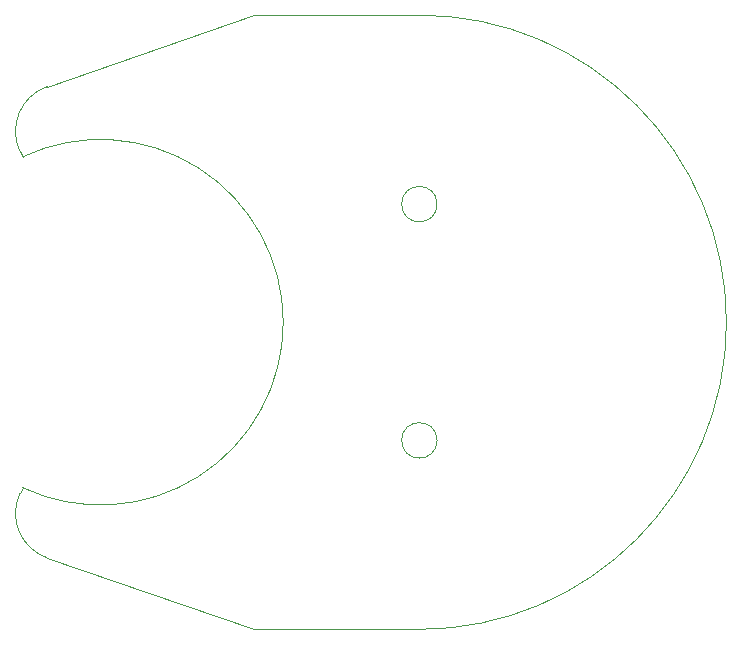
<source format=gbr>
G04 #@! TF.GenerationSoftware,KiCad,Pcbnew,9.0.2*
G04 #@! TF.CreationDate,2025-08-20T20:19:22-04:00*
G04 #@! TF.ProjectId,Trackball,54726163-6b62-4616-9c6c-2e6b69636164,rev?*
G04 #@! TF.SameCoordinates,Original*
G04 #@! TF.FileFunction,Profile,NP*
%FSLAX46Y46*%
G04 Gerber Fmt 4.6, Leading zero omitted, Abs format (unit mm)*
G04 Created by KiCad (PCBNEW 9.0.2) date 2025-08-20 20:19:22*
%MOMM*%
%LPD*%
G01*
G04 APERTURE LIST*
G04 #@! TA.AperFunction,Profile*
%ADD10C,0.050000*%
G04 #@! TD*
G04 APERTURE END LIST*
D10*
X65900000Y-91600000D02*
G75*
G02*
X62900000Y-91600000I-1500000J0D01*
G01*
X62900000Y-91600000D02*
G75*
G02*
X65900000Y-91600000I1500000J0D01*
G01*
X30800000Y-87600002D02*
X30577019Y-87122185D01*
X32897708Y-121548666D02*
G75*
G02*
X30577876Y-116075951I1304892J3781166D01*
G01*
X50403029Y-127589904D02*
X32897708Y-121548666D01*
X30577019Y-87122185D02*
G75*
G02*
X32895104Y-81650075I3624731J1691545D01*
G01*
X30800003Y-115600000D02*
X30577889Y-116075957D01*
X50400001Y-75600001D02*
X32895105Y-81650079D01*
X30800000Y-87600000D02*
G75*
G02*
X30800000Y-115600000I6600000J-14000000D01*
G01*
X65900000Y-111600000D02*
G75*
G02*
X62900000Y-111600000I-1500000J0D01*
G01*
X62900000Y-111600000D02*
G75*
G02*
X65900000Y-111600000I1500000J0D01*
G01*
X50403029Y-127589904D02*
X64400000Y-127600000D01*
X50400001Y-75600001D02*
X64400000Y-75600000D01*
X64400000Y-75600000D02*
G75*
G02*
X64400000Y-127600000I0J-26000000D01*
G01*
M02*

</source>
